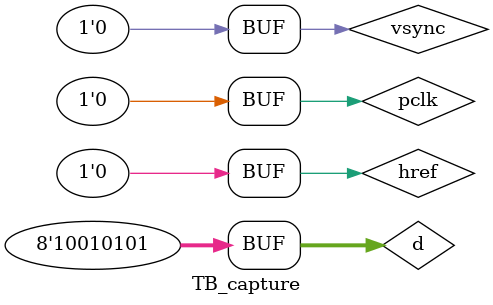
<source format=v>
`timescale 1ns / 1ps


module TB_capture;

	// Inputs
	reg pclk;
	reg vsync;
	reg href;
	reg [7:0] d;

	// Outputs
	wire [16:0] addr;
	wire [11:0] dout;
	wire we;

	// Instantiate the Unit Under Test (UUT)
	ov7670_capture uut (
		.pclk(pclk), 
		.vsync(vsync), 
		.href(href), 
		.d(d), 
		.addr(addr), 
		.dout(dout), 
		.we(we)
	);

	initial begin
		// Initialize Inputs
		pclk = 0;
		vsync = 0;
		href = 0;
		d = 8'd10110101;

		// Wait 100 ns for global reset to finish
		#100;
        
		// Add stimulus here

	end
      
endmodule


</source>
